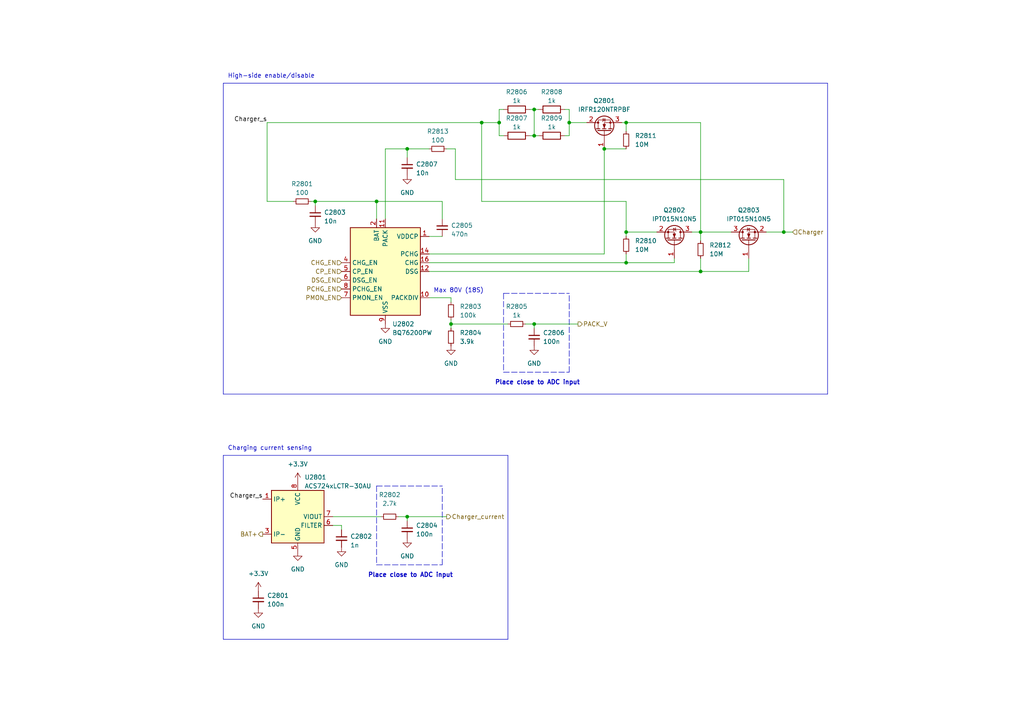
<source format=kicad_sch>
(kicad_sch (version 20230121) (generator eeschema)
  (paper "A4")
  (lib_symbols
    (symbol "Battery_Management:BQ76200PW"
      (property "Reference" "U" (at -8.89 13.97 0))
      (property "Value" "BQ76200PW" (at 7.62 13.97 0))
      (symbol "BQ76200PW_0_1"
        (rectangle (start -10.16 -12.7) (end 10.16 12.7) (stroke (width 0.254)) (fill (type background)))
      )
      (symbol "BQ76200PW_1_1"
        (pin output line (at 12.7 10.16 180) (length 2.54) (name "VDDCP") (number "1"))
        (pin output line (at 12.7 -7.62 180) (length 2.54) (name "PACKDIV") (number "10"))
        (pin power_in line (at 0 15.24 270) (length 2.54) (name "PACK") (number "11"))
        (pin output line (at 12.7 0 180) (length 2.54) (name "DSG") (number "12"))
        (pin no_connect line (at -10.16 7.62 0) (length 2.54) hide (name "NC") (number "13"))
        (pin output line (at 12.7 5.08 180) (length 2.54) (name "PCHG") (number "14"))
        (pin no_connect line (at -10.16 5.08 0) (length 2.54) hide (name "NC") (number "15"))
        (pin output line (at 12.7 2.54 180) (length 2.54) (name "CHG") (number "16"))
        (pin power_in line (at -2.54 15.24 270) (length 2.54) (name "BAT") (number "2"))
        (pin no_connect line (at -10.16 10.16 0) (length 2.54) hide (name "NC") (number "3"))
        (pin input line (at -12.7 2.54 0) (length 2.54) (name "CHG_EN") (number "4"))
        (pin input line (at -12.7 0 0) (length 2.54) (name "CP_EN") (number "5"))
        (pin input line (at -12.7 -2.54 0) (length 2.54) (name "DSG_EN") (number "6"))
        (pin input line (at -12.7 -7.62 0) (length 2.54) (name "PMON_EN") (number "7"))
        (pin input line (at -12.7 -5.08 0) (length 2.54) (name "PCHG_EN") (number "8"))
        (pin power_in line (at 0 -15.24 90) (length 2.54) (name "VSS") (number "9"))
      )
    )
    (symbol "Device:C_Small" (pin_numbers hide) (pin_names (offset 0.254) hide)
      (property "Reference" "C" (at 0.254 1.778 0))
      (property "Value" "C_Small" (at 0.254 -2.032 0))
      (symbol "C_Small_0_1"
        (polyline (pts (xy -1.524 -0.508) (xy 1.524 -0.508)) (stroke (width 0.3302)))
        (polyline (pts (xy -1.524 0.508) (xy 1.524 0.508)) (stroke (width 0.3048)))
      )
      (symbol "C_Small_1_1"
        (pin passive line (at 0 2.54 270) (length 2.032) (name "~") (number "1"))
        (pin passive line (at 0 -2.54 90) (length 2.032) (name "~") (number "2"))
      )
    )
    (symbol "Device:R" (pin_numbers hide) (pin_names (offset 0))
      (property "Reference" "R" (at 2.032 0 90))
      (property "Value" "R" (at 0 0 90))
      (symbol "R_0_1"
        (rectangle (start -1.016 -2.54) (end 1.016 2.54) (stroke (width 0.254)))
      )
      (symbol "R_1_1"
        (pin passive line (at 0 3.81 270) (length 1.27) (name "~") (number "1"))
        (pin passive line (at 0 -3.81 90) (length 1.27) (name "~") (number "2"))
      )
    )
    (symbol "Device:R_Small" (pin_numbers hide) (pin_names (offset 0.254) hide)
      (property "Reference" "R" (at 0.762 0.508 0))
      (property "Value" "R_Small" (at 0.762 -1.016 0))
      (symbol "R_Small_0_1"
        (rectangle (start -0.762 1.778) (end 0.762 -1.778) (stroke (width 0.2032)))
      )
      (symbol "R_Small_1_1"
        (pin passive line (at 0 2.54 270) (length 0.762) (name "~") (number "1"))
        (pin passive line (at 0 -2.54 90) (length 0.762) (name "~") (number "2"))
      )
    )
    (symbol "GND_1" (power) (pin_names (offset 0))
      (property "Value" "GND_1" (at 0 -3.81 0))
      (symbol "GND_1_0_1"
        (polyline (pts (xy 0 0) (xy 0 -1.27) (xy 1.27 -1.27) (xy 0 -2.54) (xy -1.27 -1.27) (xy 0 -1.27)))
      )
      (symbol "GND_1_1_1"
        (pin power_in line (at 0 0 270) (length 0) hide (name "GND") (number "1"))
      )
    )
    (symbol "GND_2" (power) (pin_names (offset 0))
      (property "Value" "GND_2" (at 0 -3.81 0))
      (symbol "GND_2_0_1"
        (polyline (pts (xy 0 0) (xy 0 -1.27) (xy 1.27 -1.27) (xy 0 -2.54) (xy -1.27 -1.27) (xy 0 -1.27)))
      )
      (symbol "GND_2_1_1"
        (pin power_in line (at 0 0 270) (length 0) hide (name "GND") (number "1"))
      )
    )
    (symbol "GND_3" (power) (pin_names (offset 0))
      (property "Value" "GND_3" (at 0 -3.81 0))
      (symbol "GND_3_0_1"
        (polyline (pts (xy 0 0) (xy 0 -1.27) (xy 1.27 -1.27) (xy 0 -2.54) (xy -1.27 -1.27) (xy 0 -1.27)))
      )
      (symbol "GND_3_1_1"
        (pin power_in line (at 0 0 270) (length 0) hide (name "GND") (number "1"))
      )
    )
    (symbol "Sensor_Current:ACS724xLCTR-30AU"
      (property "Reference" "U" (at 2.54 11.43 0))
      (property "Value" "ACS724xLCTR-30AU" (at 2.54 8.89 0))
      (symbol "ACS724xLCTR-30AU_0_1"
        (rectangle (start -7.62 7.62) (end 7.62 -7.62) (stroke (width 0.254)) (fill (type background)))
      )
      (symbol "ACS724xLCTR-30AU_1_1"
        (pin passive line (at -10.16 5.08 0) (length 2.54) (name "IP+") (number "1"))
        (pin passive line (at -10.16 5.08 0) (length 2.54) hide (name "IP+") (number "2"))
        (pin passive line (at -10.16 -5.08 0) (length 2.54) (name "IP-") (number "3"))
        (pin passive line (at -10.16 -5.08 0) (length 2.54) hide (name "IP-") (number "4"))
        (pin power_in line (at 0 -10.16 90) (length 2.54) (name "GND") (number "5"))
        (pin passive line (at 10.16 -2.54 180) (length 2.54) (name "FILTER") (number "6"))
        (pin output line (at 10.16 0 180) (length 2.54) (name "VIOUT") (number "7"))
        (pin power_in line (at 0 10.16 270) (length 2.54) (name "VCC") (number "8"))
      )
    )
    (symbol "Transistor_FET:IPT015N10N5" (pin_names hide)
      (property "Reference" "Q" (at 5.08 1.905 0))
      (property "Value" "IPT015N10N5" (at 5.08 0 0))
      (symbol "IPT015N10N5_0_1"
        (polyline (pts (xy 0.254 0) (xy -2.54 0)))
        (polyline (pts (xy 0.254 1.905) (xy 0.254 -1.905)) (stroke (width 0.254)))
        (polyline (pts (xy 0.762 -1.27) (xy 0.762 -2.286)) (stroke (width 0.254)))
        (polyline (pts (xy 0.762 0.508) (xy 0.762 -0.508)) (stroke (width 0.254)))
        (polyline (pts (xy 0.762 2.286) (xy 0.762 1.27)) (stroke (width 0.254)))
        (polyline (pts (xy 2.54 2.54) (xy 2.54 1.778)))
        (polyline (pts (xy 2.54 -2.54) (xy 2.54 0) (xy 0.762 0)))
        (polyline (pts (xy 0.762 -1.778) (xy 3.302 -1.778) (xy 3.302 1.778) (xy 0.762 1.778)))
        (polyline (pts (xy 1.016 0) (xy 2.032 0.381) (xy 2.032 -0.381) (xy 1.016 0)) (fill (type outline)))
        (polyline (pts (xy 2.794 0.508) (xy 2.921 0.381) (xy 3.683 0.381) (xy 3.81 0.254)))
        (polyline (pts (xy 3.302 0.381) (xy 2.921 -0.254) (xy 3.683 -0.254) (xy 3.302 0.381)))
        (circle (center 1.651 0) (radius 2.794) (stroke (width 0.254)))
        (circle (center 2.54 -1.778) (radius 0.254) (fill (type outline)))
        (circle (center 2.54 1.778) (radius 0.254) (fill (type outline)))
      )
      (symbol "IPT015N10N5_1_1"
        (pin input line (at -5.08 0 0) (length 2.54) (name "G") (number "1"))
        (pin passive line (at 2.54 -5.08 90) (length 2.54) (name "S") (number "2"))
        (pin passive line (at 2.54 5.08 270) (length 2.54) (name "D") (number "3"))
      )
    )
    (symbol "power:+3.3V" (power) (pin_names (offset 0))
      (property "Value" "+3.3V" (at 0 3.556 0))
      (symbol "+3.3V_0_1"
        (polyline (pts (xy -0.762 1.27) (xy 0 2.54)))
        (polyline (pts (xy 0 0) (xy 0 2.54)))
        (polyline (pts (xy 0 2.54) (xy 0.762 1.27)))
      )
      (symbol "+3.3V_1_1"
        (pin power_in line (at 0 0 90) (length 0) hide (name "+3.3V") (number "1"))
      )
    )
    (symbol "power:GND" (power) (pin_names (offset 0))
      (property "Value" "GND" (at 0 -3.81 0))
      (symbol "GND_0_1"
        (polyline (pts (xy 0 0) (xy 0 -1.27) (xy 1.27 -1.27) (xy 0 -2.54) (xy -1.27 -1.27) (xy 0 -1.27)))
      )
      (symbol "GND_1_1"
        (pin power_in line (at 0 0 270) (length 0) hide (name "GND") (number "1"))
      )
    )
    (symbol "vesc-bms:IRFR120NTRPBF" (pin_names hide)
      (property "Reference" "Q" (at 5.08 1.905 0))
      (property "Value" "IRFR120NTRPBF" (at 5.08 0 0))
      (symbol "IRFR120NTRPBF_0_1"
        (polyline (pts (xy 0.254 0) (xy -2.54 0)))
        (polyline (pts (xy 0.254 1.905) (xy 0.254 -1.905)) (stroke (width 0.254)))
        (polyline (pts (xy 0.762 -1.27) (xy 0.762 -2.286)) (stroke (width 0.254)))
        (polyline (pts (xy 0.762 0.508) (xy 0.762 -0.508)) (stroke (width 0.254)))
        (polyline (pts (xy 0.762 2.286) (xy 0.762 1.27)) (stroke (width 0.254)))
        (polyline (pts (xy 2.54 2.54) (xy 2.54 1.778)))
        (polyline (pts (xy 2.54 -2.54) (xy 2.54 0) (xy 0.762 0)))
        (polyline (pts (xy 0.762 -1.778) (xy 3.302 -1.778) (xy 3.302 1.778) (xy 0.762 1.778)))
        (polyline (pts (xy 1.016 0) (xy 2.032 0.381) (xy 2.032 -0.381) (xy 1.016 0)) (fill (type outline)))
        (polyline (pts (xy 2.794 0.508) (xy 2.921 0.381) (xy 3.683 0.381) (xy 3.81 0.254)))
        (polyline (pts (xy 3.302 0.381) (xy 2.921 -0.254) (xy 3.683 -0.254) (xy 3.302 0.381)))
        (circle (center 1.651 0) (radius 2.794) (stroke (width 0.254)))
        (circle (center 2.54 -1.778) (radius 0.254) (fill (type outline)))
        (circle (center 2.54 1.778) (radius 0.254) (fill (type outline)))
      )
      (symbol "IRFR120NTRPBF_1_1"
        (pin input line (at -5.08 0 0) (length 2.54) (name "G") (number "1"))
        (pin passive line (at 2.54 5.08 270) (length 2.54) (name "D") (number "2"))
        (pin passive line (at 2.54 -5.08 90) (length 2.54) (name "S") (number "3"))
      )
    )
  )
  (junction (at 139.7 35.56))
  (junction (at 154.94 31.75))
  (junction (at 91.44 58.42))
  (junction (at 130.81 93.98))
  (junction (at 227.33 67.31))
  (junction (at 144.78 35.56))
  (junction (at 203.2 67.31))
  (junction (at 154.94 93.98))
  (junction (at 118.11 149.86))
  (junction (at 175.26 43.18))
  (junction (at 203.2 78.74))
  (junction (at 154.94 39.37))
  (junction (at 181.61 35.56))
  (junction (at 165.1 35.56))
  (junction (at 181.61 76.2))
  (junction (at 118.11 43.18))
  (junction (at 181.61 67.31))
  (junction (at 109.22 58.42))
  (wire (pts (xy 128.27 63.5) (xy 128.27 58.42)))
  (wire (pts (xy 96.52 152.4) (xy 99.06 152.4)))
  (wire (pts (xy 203.2 35.56) (xy 203.2 67.31)))
  (wire (pts (xy 154.94 93.98) (xy 167.64 93.98)))
  (polyline (pts (xy 147.32 185.42) (xy 147.32 132.08)))
  (wire (pts (xy 91.44 58.42) (xy 90.17 58.42)))
  (wire (pts (xy 200.66 67.31) (xy 203.2 67.31)))
  (polyline (pts (xy 146.05 107.95) (xy 165.1 107.95)) (stroke (width 0) (type dash)))
  (polyline (pts (xy 128.27 163.83) (xy 128.27 140.97)) (stroke (width 0) (type dash)))
  (wire (pts (xy 139.7 35.56) (xy 144.78 35.56)))
  (wire (pts (xy 154.94 93.98) (xy 154.94 95.25)))
  (wire (pts (xy 144.78 39.37) (xy 146.05 39.37)))
  (wire (pts (xy 144.78 35.56) (xy 144.78 39.37)))
  (polyline (pts (xy 64.77 132.08) (xy 147.32 132.08)))
  (wire (pts (xy 229.87 67.31) (xy 227.33 67.31)))
  (wire (pts (xy 165.1 31.75) (xy 165.1 35.56)))
  (wire (pts (xy 154.94 31.75) (xy 156.21 31.75)))
  (wire (pts (xy 118.11 149.86) (xy 118.11 151.13)))
  (wire (pts (xy 130.81 87.63) (xy 130.81 86.36)))
  (wire (pts (xy 124.46 86.36) (xy 130.81 86.36)))
  (polyline (pts (xy 146.05 85.09) (xy 165.1 85.09)) (stroke (width 0) (type dash)))
  (polyline (pts (xy 64.77 132.08) (xy 64.77 185.42)))
  (wire (pts (xy 181.61 35.56) (xy 181.61 38.1)))
  (wire (pts (xy 77.47 35.56) (xy 139.7 35.56)))
  (wire (pts (xy 91.44 58.42) (xy 109.22 58.42)))
  (wire (pts (xy 118.11 149.86) (xy 129.54 149.86)))
  (polyline (pts (xy 109.22 140.97) (xy 128.27 140.97)) (stroke (width 0) (type dash)))
  (wire (pts (xy 195.58 74.93) (xy 195.58 76.2)))
  (polyline (pts (xy 64.77 24.13) (xy 240.03 24.13)))
  (polyline (pts (xy 64.77 24.13) (xy 64.77 114.3)))
  (polyline (pts (xy 109.22 163.83) (xy 128.27 163.83)) (stroke (width 0) (type dash)))
  (wire (pts (xy 163.83 39.37) (xy 165.1 39.37)))
  (wire (pts (xy 139.7 58.42) (xy 181.61 58.42)))
  (wire (pts (xy 115.57 149.86) (xy 118.11 149.86)))
  (wire (pts (xy 111.76 43.18) (xy 111.76 63.5)))
  (wire (pts (xy 128.27 68.58) (xy 124.46 68.58)))
  (wire (pts (xy 154.94 31.75) (xy 154.94 39.37)))
  (wire (pts (xy 128.27 58.42) (xy 109.22 58.42)))
  (wire (pts (xy 181.61 58.42) (xy 181.61 67.31)))
  (wire (pts (xy 130.81 93.98) (xy 130.81 95.25)))
  (wire (pts (xy 77.47 58.42) (xy 85.09 58.42)))
  (wire (pts (xy 163.83 31.75) (xy 165.1 31.75)))
  (wire (pts (xy 203.2 67.31) (xy 203.2 69.85)))
  (wire (pts (xy 181.61 76.2) (xy 195.58 76.2)))
  (polyline (pts (xy 240.03 114.3) (xy 240.03 24.13)))
  (wire (pts (xy 217.17 74.93) (xy 217.17 78.74)))
  (wire (pts (xy 146.05 31.75) (xy 144.78 31.75)))
  (polyline (pts (xy 165.1 107.95) (xy 165.1 85.09)) (stroke (width 0) (type dash)))
  (wire (pts (xy 222.25 67.31) (xy 227.33 67.31)))
  (wire (pts (xy 130.81 92.71) (xy 130.81 93.98)))
  (wire (pts (xy 181.61 67.31) (xy 190.5 67.31)))
  (wire (pts (xy 91.44 59.69) (xy 91.44 58.42)))
  (wire (pts (xy 165.1 39.37) (xy 165.1 35.56)))
  (wire (pts (xy 217.17 78.74) (xy 203.2 78.74)))
  (wire (pts (xy 153.67 39.37) (xy 154.94 39.37)))
  (wire (pts (xy 96.52 149.86) (xy 110.49 149.86)))
  (wire (pts (xy 77.47 35.56) (xy 77.47 58.42)))
  (polyline (pts (xy 146.05 85.09) (xy 146.05 107.95)) (stroke (width 0) (type dash)))
  (wire (pts (xy 132.08 52.07) (xy 227.33 52.07)))
  (wire (pts (xy 132.08 43.18) (xy 132.08 52.07)))
  (wire (pts (xy 180.34 35.56) (xy 181.61 35.56)))
  (polyline (pts (xy 109.22 140.97) (xy 109.22 163.83)) (stroke (width 0) (type dash)))
  (polyline (pts (xy 64.77 185.42) (xy 147.32 185.42)))
  (wire (pts (xy 175.26 43.18) (xy 181.61 43.18)))
  (wire (pts (xy 152.4 93.98) (xy 154.94 93.98)))
  (wire (pts (xy 181.61 67.31) (xy 181.61 68.58)))
  (wire (pts (xy 175.26 73.66) (xy 124.46 73.66)))
  (wire (pts (xy 154.94 39.37) (xy 156.21 39.37)))
  (wire (pts (xy 144.78 31.75) (xy 144.78 35.56)))
  (wire (pts (xy 132.08 43.18) (xy 129.54 43.18)))
  (wire (pts (xy 124.46 76.2) (xy 181.61 76.2)))
  (wire (pts (xy 203.2 67.31) (xy 212.09 67.31)))
  (wire (pts (xy 130.81 93.98) (xy 147.32 93.98)))
  (wire (pts (xy 175.26 43.18) (xy 175.26 73.66)))
  (wire (pts (xy 118.11 43.18) (xy 111.76 43.18)))
  (wire (pts (xy 181.61 73.66) (xy 181.61 76.2)))
  (wire (pts (xy 203.2 74.93) (xy 203.2 78.74)))
  (wire (pts (xy 109.22 63.5) (xy 109.22 58.42)))
  (wire (pts (xy 153.67 31.75) (xy 154.94 31.75)))
  (wire (pts (xy 118.11 45.72) (xy 118.11 43.18)))
  (wire (pts (xy 99.06 152.4) (xy 99.06 153.67)))
  (wire (pts (xy 139.7 35.56) (xy 139.7 58.42)))
  (wire (pts (xy 181.61 35.56) (xy 203.2 35.56)))
  (polyline (pts (xy 64.77 114.3) (xy 240.03 114.3)))
  (wire (pts (xy 165.1 35.56) (xy 170.18 35.56)))
  (wire (pts (xy 124.46 78.74) (xy 203.2 78.74)))
  (wire (pts (xy 227.33 52.07) (xy 227.33 67.31)))
  (wire (pts (xy 118.11 43.18) (xy 124.46 43.18)))
  (text "High-side enable/disable" (at 66.04 22.86 0) (effects (font (size 1.27 1.27)) (justify left bottom)))
  (text "Max 80V (18S)" (at 125.73 85.09 0) (effects (font (size 1.27 1.27)) (justify left bottom)))
  (text "Charging current sensing" (at 66.04 130.81 0) (effects (font (size 1.27 1.27)) (justify left bottom)))
  (text "Place close to ADC input" (at 143.51 111.76 0) (effects (font (size 1.27 1.27) bold) (justify left bottom)))
  (text "Place close to ADC input" (at 106.68 167.64 0) (effects (font (size 1.27 1.27) bold) (justify left bottom)))
  (label "Charger_s" (at 76.2 144.78 180))
  (label "Charger_s" (at 77.47 35.56 180))
  (hierarchical_label "CP_EN" (shape input) (at 99.06 78.74 180))
  (hierarchical_label "Charger" (shape input) (at 229.87 67.31 0))
  (hierarchical_label "CHG_EN" (shape input) (at 99.06 76.2 180))
  (hierarchical_label "Charger_current" (shape output) (at 129.54 149.86 0))
  (hierarchical_label "PMON_EN" (shape input) (at 99.06 86.36 180))
  (hierarchical_label "BAT+" (shape output) (at 76.2 154.94 180))
  (hierarchical_label "DSG_EN" (shape input) (at 99.06 81.28 180))
  (hierarchical_label "PACK_V" (shape output) (at 167.64 93.98 0))
  (hierarchical_label "PCHG_EN" (shape input) (at 99.06 83.82 180))
  (symbol (lib_name "GND_3") (lib_id "power:GND") (at 130.81 100.33 0) (unit 1)
    (property "Reference" "#PWR02811" (effects hide))
    (property "Value" "GND" (at 130.81 105.41 0))
  )
  (symbol (lib_id "Device:R") (at 160.02 39.37 90) (unit 1)
    (property "Reference" "R2809" (at 160.02 34.29 90))
    (property "Value" "1k" (at 160.02 36.83 90))
    (property "Footprint" "Resistor_SMD:R_2512_6332Metric" (effects hide))
  )
  (symbol (lib_id "power:GND") (at 86.36 160.02 0) (unit 1)
    (property "Reference" "#PWR?" (effects hide))
    (property "Value" "GND" (at 86.36 165.1 0))
    (instances (project "greenmobi-bms-controller" (path "" (reference "#PWR02805") (unit 1))))
  )
  (symbol (lib_id "Device:R_Small") (at 130.81 97.79 0) (unit 1)
    (property "Reference" "R2804" (at 133.35 96.52 0) (effects (justify left)))
    (property "Value" "3.9k" (at 133.35 99.06 0) (effects (justify left)))
  )
  (symbol (lib_name "GND_3") (lib_id "power:GND") (at 154.94 100.33 0) (unit 1)
    (property "Reference" "#PWR02812" (effects hide))
    (property "Value" "GND" (at 154.94 105.41 0))
  )
  (symbol (lib_id "Device:C_Small") (at 118.11 153.67 0) (unit 1)
    (property "Reference" "C?" (at 120.65 152.4062 0) (effects (justify left)))
    (property "Value" "100n" (at 120.65 154.9462 0) (effects (justify left)))
    (instances (project "greenmobi-bms-controller" (path "" (reference "C2804") (unit 1))))
  )
  (symbol (lib_id "Device:R_Small") (at 181.61 71.12 0) (unit 1)
    (property "Reference" "R2810" (at 184.15 69.85 0) (effects (justify left)))
    (property "Value" "10M" (at 184.15 72.39 0) (effects (justify left)))
  )
  (symbol (lib_id "Device:R_Small") (at 127 43.18 90) (unit 1)
    (property "Reference" "R2813" (at 127 38.1 90))
    (property "Value" "100" (at 127 40.64 90))
  )
  (symbol (lib_id "Device:R") (at 149.86 31.75 90) (unit 1)
    (property "Reference" "R2806" (at 149.86 26.67 90))
    (property "Value" "1k" (at 149.86 29.21 90))
    (property "Footprint" "Resistor_SMD:R_2512_6332Metric" (effects hide))
  )
  (symbol (lib_id "Device:C_Small") (at 99.06 156.21 0) (unit 1)
    (property "Reference" "C2802" (at 101.6 155.5813 0) (effects (justify left)))
    (property "Value" "1n" (at 101.6 158.1213 0) (effects (justify left)))
  )
  (symbol (lib_id "Device:R") (at 160.02 31.75 90) (unit 1)
    (property "Reference" "R2808" (at 160.02 26.67 90))
    (property "Value" "1k" (at 160.02 29.21 90))
    (property "Footprint" "Resistor_SMD:R_2512_6332Metric" (effects hide))
  )
  (symbol (lib_id "Device:R") (at 149.86 39.37 90) (unit 1)
    (property "Reference" "R2807" (at 149.86 34.29 90))
    (property "Value" "1k" (at 149.86 36.83 90))
    (property "Footprint" "Resistor_SMD:R_2512_6332Metric" (effects hide))
  )
  (symbol (lib_id "Sensor_Current:ACS724xLCTR-30AU") (at 86.36 149.86 0) (unit 1)
    (property "Reference" "U2801" (at 88.3159 138.43 0) (effects (justify left)))
    (property "Value" "ACS724xLCTR-30AU" (at 88.3159 140.97 0) (effects (justify left)))
    (property "Footprint" "Package_SO:SOIC-8_3.9x4.9mm_P1.27mm" (effects hide))
    (property "Datasheet" "http://www.allegromicro.com/~/media/Files/Datasheets/ACS724-Datasheet.ashx?la=en" (effects hide))
  )
  (symbol (lib_id "Transistor_FET:IPT015N10N5") (at 195.58 69.85 270) (mirror x) (unit 1)
    (property "Reference" "Q2802" (at 195.58 60.96 90))
    (property "Value" "IPT015N10N5" (at 195.58 63.5 90))
    (property "Footprint" "Package_TO_SOT_SMD:Infineon_PG-HSOF-8-1" (effects hide))
    (property "Datasheet" "http://www.infineon.com/dgdl/Infineon-IPT015N10N5-DS-v02_01-EN.pdf?fileId=5546d4624a75e5f1014ac94680661aff" (effects hide))
    (property "LCSC" "C108964" (effects hide))
    (property "Alternate" "C2979263" (effects hide))
  )
  (symbol (lib_id "power:GND") (at 74.93 176.53 0) (unit 1)
    (property "Reference" "#PWR?" (effects hide))
    (property "Value" "GND" (at 74.93 181.61 0))
    (instances (project "greenmobi-bms-controller" (path "" (reference "#PWR02802") (unit 1))))
  )
  (symbol (lib_id "Device:R_Small") (at 113.03 149.86 90) (unit 1)
    (property "Reference" "R?" (at 113.03 143.51 90))
    (property "Value" "2.7k" (at 113.03 146.05 90))
    (instances (project "greenmobi-bms-controller" (path "" (reference "R2802") (unit 1))))
  )
  (symbol (lib_id "Device:R_Small") (at 87.63 58.42 90) (unit 1)
    (property "Reference" "R2801" (at 87.63 53.34 90))
    (property "Value" "100" (at 87.63 55.88 90))
  )
  (symbol (lib_id "power:+3.3V") (at 74.93 171.45 0) (unit 1)
    (property "Reference" "#PWR?" (effects hide))
    (property "Value" "+3.3V" (at 74.93 166.37 0))
    (instances (project "greenmobi-bms-controller" (path "" (reference "#PWR02801") (unit 1))))
  )
  (symbol (lib_id "Device:C_Small") (at 118.11 48.26 0) (unit 1)
    (property "Reference" "C2807" (at 120.65 47.6313 0) (effects (justify left)))
    (property "Value" "10n" (at 120.65 50.1713 0) (effects (justify left)))
  )
  (symbol (lib_id "Device:R_Small") (at 130.81 90.17 0) (unit 1)
    (property "Reference" "R2803" (at 133.35 88.9 0) (effects (justify left)))
    (property "Value" "100k" (at 133.35 91.44 0) (effects (justify left)))
  )
  (symbol (lib_id "Battery_Management:BQ76200PW") (at 111.76 78.74 0) (unit 1)
    (property "Reference" "U2" (at 113.7794 93.98 0) (effects (justify left)))
    (property "Value" "BQ76200PW" (at 113.7794 96.52 0) (effects (justify left)))
    (property "Footprint" "Package_SO:TSSOP-16_4.4x5mm_P0.65mm" (effects hide))
    (property "Datasheet" "http://www.ti.com/lit/ds/symlink/bq76200.pdf" (effects hide))
    (instances (project "greenmobi-bms-controller" (path "" (reference "U2802") (unit 1))))
  )
  (symbol (lib_id "Device:C_Small") (at 154.94 97.79 0) (unit 1)
    (property "Reference" "C2806" (at 157.48 96.5263 0) (effects (justify left)))
    (property "Value" "100n" (at 157.48 99.0663 0) (effects (justify left)))
  )
  (symbol (lib_id "Device:R_Small") (at 181.61 40.64 0) (unit 1)
    (property "Reference" "R2811" (at 184.15 39.37 0) (effects (justify left)))
    (property "Value" "10M" (at 184.15 41.91 0) (effects (justify left)))
  )
  (symbol (lib_id "vesc-bms:IRFR120NTRPBF") (at 175.26 38.1 90) (unit 1)
    (property "Reference" "Q2801" (at 175.26 29.21 90))
    (property "Value" "IRFR120NTRPBF" (at 175.26 31.75 90))
    (property "Footprint" "Package_TO_SOT_SMD:TO-252-2" (effects hide))
    (property "Datasheet" "https://www.infineon.com/dgdl/irfr120npbf.pdf?fileId=5546d462533600a40153562d2620204d" (effects hide))
  )
  (symbol (lib_id "power:GND") (at 99.06 158.75 0) (unit 1)
    (property "Reference" "#PWR?" (effects hide))
    (property "Value" "GND" (at 99.06 163.83 0))
    (instances (project "greenmobi-bms-controller" (path "" (reference "#PWR02807") (unit 1))))
  )
  (symbol (lib_id "Device:C_Small") (at 74.93 173.99 0) (unit 1)
    (property "Reference" "C?" (at 77.47 172.7262 0) (effects (justify left)))
    (property "Value" "100n" (at 77.47 175.2662 0) (effects (justify left)))
    (instances (project "greenmobi-bms-controller" (path "" (reference "C2801") (unit 1))))
  )
  (symbol (lib_name "GND_2") (lib_id "power:GND") (at 111.76 93.98 0) (unit 1)
    (property "Reference" "#PWR02810" (effects hide))
    (property "Value" "GND" (at 111.76 99.06 0))
  )
  (symbol (lib_id "Device:C_Small") (at 91.44 62.23 0) (unit 1)
    (property "Reference" "C2803" (at 93.98 61.6013 0) (effects (justify left)))
    (property "Value" "10n" (at 93.98 64.1413 0) (effects (justify left)))
  )
  (symbol (lib_id "Device:R_Small") (at 203.2 72.39 0) (unit 1)
    (property "Reference" "R2812" (at 205.74 71.12 0) (effects (justify left)))
    (property "Value" "10M" (at 205.74 73.66 0) (effects (justify left)))
  )
  (symbol (lib_id "power:+3.3V") (at 86.36 139.7 0) (unit 1)
    (property "Reference" "#PWR?" (effects hide))
    (property "Value" "+3.3V" (at 86.36 134.62 0))
    (instances (project "greenmobi-bms-controller" (path "" (reference "#PWR02804") (unit 1))))
  )
  (symbol (lib_id "Transistor_FET:IPT015N10N5") (at 217.17 69.85 90) (unit 1)
    (property "Reference" "Q2803" (at 217.17 60.96 90))
    (property "Value" "IPT015N10N5" (at 217.17 63.5 90))
    (property "Footprint" "Package_TO_SOT_SMD:Infineon_PG-HSOF-8-1" (effects hide))
    (property "Datasheet" "http://www.infineon.com/dgdl/Infineon-IPT015N10N5-DS-v02_01-EN.pdf?fileId=5546d4624a75e5f1014ac94680661aff" (effects hide))
    (property "LCSC" "C108964" (effects hide))
    (property "Alternate" "C2979263" (effects hide))
  )
  (symbol (lib_id "Device:C_Small") (at 128.27 66.04 180) (unit 1)
    (property "Reference" "C2805" (at 130.81 65.3986 0) (effects (justify right)))
    (property "Value" "470n" (at 130.81 67.9386 0) (effects (justify right)))
  )
  (symbol (lib_id "Device:R_Small") (at 149.86 93.98 90) (unit 1)
    (property "Reference" "R2805" (at 149.86 88.9 90))
    (property "Value" "1k" (at 149.86 91.44 90))
  )
  (symbol (lib_name "GND_1") (lib_id "power:GND") (at 91.44 64.77 0) (unit 1)
    (property "Reference" "#PWR02808" (effects hide))
    (property "Value" "GND" (at 91.44 69.85 0))
  )
  (symbol (lib_id "power:GND") (at 118.11 156.21 0) (unit 1)
    (property "Reference" "#PWR?" (effects hide))
    (property "Value" "GND" (at 118.11 161.29 0))
    (instances (project "greenmobi-bms-controller" (path "" (reference "#PWR02809") (unit 1))))
  )
  (symbol (lib_name "GND_1") (lib_id "power:GND") (at 118.11 50.8 0) (unit 1)
    (property "Reference" "#PWR02806" (effects hide))
    (property "Value" "GND" (at 118.11 55.88 0))
  )
)
</source>
